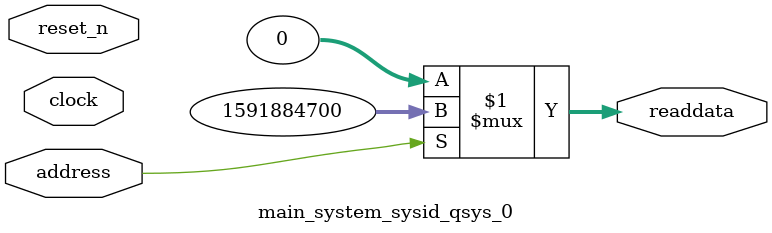
<source format=v>



// synthesis translate_off
`timescale 1ns / 1ps
// synthesis translate_on

// turn off superfluous verilog processor warnings 
// altera message_level Level1 
// altera message_off 10034 10035 10036 10037 10230 10240 10030 

module main_system_sysid_qsys_0 (
               // inputs:
                address,
                clock,
                reset_n,

               // outputs:
                readdata
             )
;

  output  [ 31: 0] readdata;
  input            address;
  input            clock;
  input            reset_n;

  wire    [ 31: 0] readdata;
  //control_slave, which is an e_avalon_slave
  assign readdata = address ? 1591884700 : 0;

endmodule



</source>
